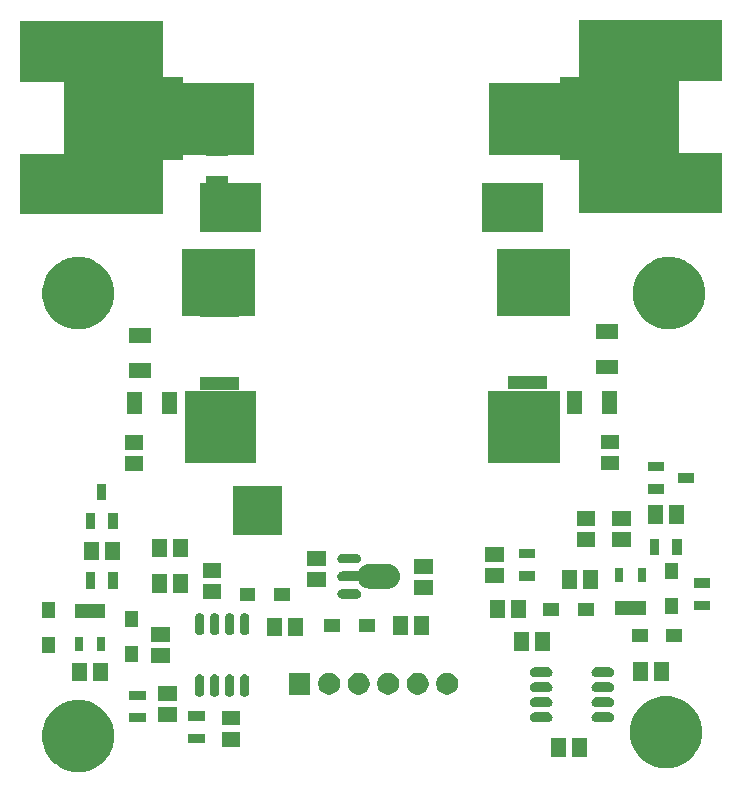
<source format=gbr>
%TF.GenerationSoftware,KiCad,Pcbnew,(5.1.4)-1*%
%TF.CreationDate,2020-11-11T00:06:55+08:00*%
%TF.ProjectId,Directional_coupler,44697265-6374-4696-9f6e-616c5f636f75,rev?*%
%TF.SameCoordinates,Original*%
%TF.FileFunction,Soldermask,Top*%
%TF.FilePolarity,Negative*%
%FSLAX46Y46*%
G04 Gerber Fmt 4.6, Leading zero omitted, Abs format (unit mm)*
G04 Created by KiCad (PCBNEW (5.1.4)-1) date 2020-11-11 00:06:55*
%MOMM*%
%LPD*%
G04 APERTURE LIST*
%ADD10C,0.100000*%
%ADD11C,0.350000*%
G04 APERTURE END LIST*
D10*
G36*
X94234000Y-69723000D02*
G01*
X89154000Y-69723000D01*
X89154000Y-65659000D01*
X94234000Y-65659000D01*
X94234000Y-69723000D01*
G37*
X94234000Y-69723000D02*
X89154000Y-69723000D01*
X89154000Y-65659000D01*
X94234000Y-65659000D01*
X94234000Y-69723000D01*
G36*
X70358000Y-69723000D02*
G01*
X65278000Y-69723000D01*
X65278000Y-65659000D01*
X70358000Y-65659000D01*
X70358000Y-69723000D01*
G37*
X70358000Y-69723000D02*
X65278000Y-69723000D01*
X65278000Y-65659000D01*
X70358000Y-65659000D01*
X70358000Y-69723000D01*
G36*
X72136000Y-95377000D02*
G01*
X68072000Y-95377000D01*
X68072000Y-91313000D01*
X72136000Y-91313000D01*
X72136000Y-95377000D01*
G37*
X72136000Y-95377000D02*
X68072000Y-95377000D01*
X68072000Y-91313000D01*
X72136000Y-91313000D01*
X72136000Y-95377000D01*
G36*
X96520000Y-76835000D02*
G01*
X90424000Y-76835000D01*
X90424000Y-71247000D01*
X96520000Y-71247000D01*
X96520000Y-76835000D01*
G37*
X96520000Y-76835000D02*
X90424000Y-76835000D01*
X90424000Y-71247000D01*
X96520000Y-71247000D01*
X96520000Y-76835000D01*
G36*
X105758000Y-63687000D02*
G01*
X95758000Y-63687000D01*
X95758000Y-56687000D01*
X105758000Y-56687000D01*
X105758000Y-63687000D01*
G37*
X105758000Y-63687000D02*
X95758000Y-63687000D01*
X95758000Y-56687000D01*
X105758000Y-56687000D01*
X105758000Y-63687000D01*
G36*
X63758000Y-63687000D02*
G01*
X53758000Y-63687000D01*
X53758000Y-56687000D01*
X63758000Y-56687000D01*
X63758000Y-63687000D01*
G37*
X63758000Y-63687000D02*
X53758000Y-63687000D01*
X53758000Y-56687000D01*
X63758000Y-56687000D01*
X63758000Y-63687000D01*
G36*
X69850000Y-76835000D02*
G01*
X63754000Y-76835000D01*
X63754000Y-71247000D01*
X69850000Y-71247000D01*
X69850000Y-76835000D01*
G37*
X69850000Y-76835000D02*
X63754000Y-76835000D01*
X63754000Y-71247000D01*
X69850000Y-71247000D01*
X69850000Y-76835000D01*
G36*
X95700000Y-89300000D02*
G01*
X89700000Y-89300000D01*
X89700000Y-83300000D01*
X95700000Y-83300000D01*
X95700000Y-89300000D01*
G37*
X95700000Y-89300000D02*
X89700000Y-89300000D01*
X89700000Y-83300000D01*
X95700000Y-83300000D01*
X95700000Y-89300000D01*
G36*
X70000000Y-89300000D02*
G01*
X64000000Y-89300000D01*
X64000000Y-83300000D01*
X70000000Y-83300000D01*
X70000000Y-89300000D01*
G37*
X70000000Y-89300000D02*
X64000000Y-89300000D01*
X64000000Y-83300000D01*
X70000000Y-83300000D01*
X70000000Y-89300000D01*
G36*
X95800000Y-63187000D02*
G01*
X89800000Y-63187000D01*
X89800000Y-57187000D01*
X95800000Y-57187000D01*
X95800000Y-63187000D01*
G37*
X95800000Y-63187000D02*
X89800000Y-63187000D01*
X89800000Y-57187000D01*
X95800000Y-57187000D01*
X95800000Y-63187000D01*
G36*
X69758000Y-63187000D02*
G01*
X63758000Y-63187000D01*
X63758000Y-57187000D01*
X69758000Y-57187000D01*
X69758000Y-63187000D01*
G37*
X69758000Y-63187000D02*
X63758000Y-63187000D01*
X63758000Y-57187000D01*
X69758000Y-57187000D01*
X69758000Y-63187000D01*
D11*
G36*
X55889943Y-109566248D02*
G01*
X56445189Y-109796238D01*
X56538912Y-109858862D01*
X56944899Y-110130134D01*
X57369866Y-110555101D01*
X57454081Y-110681138D01*
X57703762Y-111054811D01*
X57933752Y-111610057D01*
X58051000Y-112199501D01*
X58051000Y-112800499D01*
X57933752Y-113389943D01*
X57703762Y-113945189D01*
X57641872Y-114037814D01*
X57369866Y-114444899D01*
X56944899Y-114869866D01*
X56881371Y-114912314D01*
X56445189Y-115203762D01*
X55889943Y-115433752D01*
X55300499Y-115551000D01*
X54699501Y-115551000D01*
X54110057Y-115433752D01*
X53554811Y-115203762D01*
X53118629Y-114912314D01*
X53055101Y-114869866D01*
X52630134Y-114444899D01*
X52358128Y-114037814D01*
X52296238Y-113945189D01*
X52066248Y-113389943D01*
X51949000Y-112800499D01*
X51949000Y-112199501D01*
X52066248Y-111610057D01*
X52296238Y-111054811D01*
X52545919Y-110681138D01*
X52630134Y-110555101D01*
X53055101Y-110130134D01*
X53461088Y-109858862D01*
X53554811Y-109796238D01*
X54110057Y-109566248D01*
X54699501Y-109449000D01*
X55300499Y-109449000D01*
X55889943Y-109566248D01*
X55889943Y-109566248D01*
G37*
G36*
X105647943Y-109253248D02*
G01*
X106203189Y-109483238D01*
X106312668Y-109556390D01*
X106702899Y-109817134D01*
X107127866Y-110242101D01*
X107241720Y-110412496D01*
X107461762Y-110741811D01*
X107691752Y-111297057D01*
X107809000Y-111886501D01*
X107809000Y-112487499D01*
X107691752Y-113076943D01*
X107461762Y-113632189D01*
X107399872Y-113724814D01*
X107127866Y-114131899D01*
X106702899Y-114556866D01*
X106657046Y-114587504D01*
X106203189Y-114890762D01*
X105647943Y-115120752D01*
X105058499Y-115238000D01*
X104457501Y-115238000D01*
X103868057Y-115120752D01*
X103312811Y-114890762D01*
X102858954Y-114587504D01*
X102813101Y-114556866D01*
X102388134Y-114131899D01*
X102116128Y-113724814D01*
X102054238Y-113632189D01*
X101824248Y-113076943D01*
X101707000Y-112487499D01*
X101707000Y-111886501D01*
X101824248Y-111297057D01*
X102054238Y-110741811D01*
X102274280Y-110412496D01*
X102388134Y-110242101D01*
X102813101Y-109817134D01*
X103203332Y-109556390D01*
X103312811Y-109483238D01*
X103868057Y-109253248D01*
X104457501Y-109136000D01*
X105058499Y-109136000D01*
X105647943Y-109253248D01*
X105647943Y-109253248D01*
G37*
G36*
X98031000Y-114236000D02*
G01*
X96769000Y-114236000D01*
X96769000Y-112664000D01*
X98031000Y-112664000D01*
X98031000Y-114236000D01*
X98031000Y-114236000D01*
G37*
G36*
X96251000Y-114236000D02*
G01*
X94989000Y-114236000D01*
X94989000Y-112664000D01*
X96251000Y-112664000D01*
X96251000Y-114236000D01*
X96251000Y-114236000D01*
G37*
G36*
X68716000Y-113390000D02*
G01*
X67144000Y-113390000D01*
X67144000Y-112128000D01*
X68716000Y-112128000D01*
X68716000Y-113390000D01*
X68716000Y-113390000D01*
G37*
G36*
X65701000Y-113101000D02*
G01*
X64299000Y-113101000D01*
X64299000Y-112299000D01*
X65701000Y-112299000D01*
X65701000Y-113101000D01*
X65701000Y-113101000D01*
G37*
G36*
X68716000Y-111610000D02*
G01*
X67144000Y-111610000D01*
X67144000Y-110348000D01*
X68716000Y-110348000D01*
X68716000Y-111610000D01*
X68716000Y-111610000D01*
G37*
G36*
X60701000Y-111351000D02*
G01*
X59299000Y-111351000D01*
X59299000Y-110549000D01*
X60701000Y-110549000D01*
X60701000Y-111351000D01*
X60701000Y-111351000D01*
G37*
G36*
X94789335Y-110505934D02*
G01*
X94828610Y-110509802D01*
X94877625Y-110524671D01*
X94904199Y-110532732D01*
X94973862Y-110569968D01*
X95034922Y-110620078D01*
X95085032Y-110681138D01*
X95122268Y-110750801D01*
X95122268Y-110750802D01*
X95145198Y-110826390D01*
X95152940Y-110905000D01*
X95145198Y-110983610D01*
X95132641Y-111025004D01*
X95122268Y-111059199D01*
X95085032Y-111128862D01*
X95034922Y-111189922D01*
X94973862Y-111240032D01*
X94904199Y-111277268D01*
X94879002Y-111284911D01*
X94828610Y-111300198D01*
X94789335Y-111304066D01*
X94769699Y-111306000D01*
X93630301Y-111306000D01*
X93610665Y-111304066D01*
X93571390Y-111300198D01*
X93520998Y-111284911D01*
X93495801Y-111277268D01*
X93426138Y-111240032D01*
X93365078Y-111189922D01*
X93314968Y-111128862D01*
X93277732Y-111059199D01*
X93267359Y-111025004D01*
X93254802Y-110983610D01*
X93247060Y-110905000D01*
X93254802Y-110826390D01*
X93277732Y-110750802D01*
X93277732Y-110750801D01*
X93314968Y-110681138D01*
X93365078Y-110620078D01*
X93426138Y-110569968D01*
X93495801Y-110532732D01*
X93522375Y-110524671D01*
X93571390Y-110509802D01*
X93610665Y-110505934D01*
X93630301Y-110504000D01*
X94769699Y-110504000D01*
X94789335Y-110505934D01*
X94789335Y-110505934D01*
G37*
G36*
X99989335Y-110505934D02*
G01*
X100028610Y-110509802D01*
X100077625Y-110524671D01*
X100104199Y-110532732D01*
X100173862Y-110569968D01*
X100234922Y-110620078D01*
X100285032Y-110681138D01*
X100322268Y-110750801D01*
X100322268Y-110750802D01*
X100345198Y-110826390D01*
X100352940Y-110905000D01*
X100345198Y-110983610D01*
X100332641Y-111025004D01*
X100322268Y-111059199D01*
X100285032Y-111128862D01*
X100234922Y-111189922D01*
X100173862Y-111240032D01*
X100104199Y-111277268D01*
X100079002Y-111284911D01*
X100028610Y-111300198D01*
X99989335Y-111304066D01*
X99969699Y-111306000D01*
X98830301Y-111306000D01*
X98810665Y-111304066D01*
X98771390Y-111300198D01*
X98720998Y-111284911D01*
X98695801Y-111277268D01*
X98626138Y-111240032D01*
X98565078Y-111189922D01*
X98514968Y-111128862D01*
X98477732Y-111059199D01*
X98467359Y-111025004D01*
X98454802Y-110983610D01*
X98447060Y-110905000D01*
X98454802Y-110826390D01*
X98477732Y-110750802D01*
X98477732Y-110750801D01*
X98514968Y-110681138D01*
X98565078Y-110620078D01*
X98626138Y-110569968D01*
X98695801Y-110532732D01*
X98722375Y-110524671D01*
X98771390Y-110509802D01*
X98810665Y-110505934D01*
X98830301Y-110504000D01*
X99969699Y-110504000D01*
X99989335Y-110505934D01*
X99989335Y-110505934D01*
G37*
G36*
X63316000Y-111290000D02*
G01*
X61744000Y-111290000D01*
X61744000Y-110028000D01*
X63316000Y-110028000D01*
X63316000Y-111290000D01*
X63316000Y-111290000D01*
G37*
G36*
X65701000Y-111201000D02*
G01*
X64299000Y-111201000D01*
X64299000Y-110399000D01*
X65701000Y-110399000D01*
X65701000Y-111201000D01*
X65701000Y-111201000D01*
G37*
G36*
X99989335Y-109235934D02*
G01*
X100028610Y-109239802D01*
X100079002Y-109255089D01*
X100104199Y-109262732D01*
X100173862Y-109299968D01*
X100234922Y-109350078D01*
X100285032Y-109411138D01*
X100322268Y-109480801D01*
X100329911Y-109505998D01*
X100345198Y-109556390D01*
X100352940Y-109635000D01*
X100345198Y-109713610D01*
X100341643Y-109725329D01*
X100322268Y-109789199D01*
X100285032Y-109858862D01*
X100234922Y-109919922D01*
X100173862Y-109970032D01*
X100104199Y-110007268D01*
X100079002Y-110014911D01*
X100028610Y-110030198D01*
X99989335Y-110034066D01*
X99969699Y-110036000D01*
X98830301Y-110036000D01*
X98810665Y-110034066D01*
X98771390Y-110030198D01*
X98720998Y-110014911D01*
X98695801Y-110007268D01*
X98626138Y-109970032D01*
X98565078Y-109919922D01*
X98514968Y-109858862D01*
X98477732Y-109789199D01*
X98458357Y-109725329D01*
X98454802Y-109713610D01*
X98447060Y-109635000D01*
X98454802Y-109556390D01*
X98470089Y-109505998D01*
X98477732Y-109480801D01*
X98514968Y-109411138D01*
X98565078Y-109350078D01*
X98626138Y-109299968D01*
X98695801Y-109262732D01*
X98720998Y-109255089D01*
X98771390Y-109239802D01*
X98810665Y-109235934D01*
X98830301Y-109234000D01*
X99969699Y-109234000D01*
X99989335Y-109235934D01*
X99989335Y-109235934D01*
G37*
G36*
X94789335Y-109235934D02*
G01*
X94828610Y-109239802D01*
X94879002Y-109255089D01*
X94904199Y-109262732D01*
X94973862Y-109299968D01*
X95034922Y-109350078D01*
X95085032Y-109411138D01*
X95122268Y-109480801D01*
X95129911Y-109505998D01*
X95145198Y-109556390D01*
X95152940Y-109635000D01*
X95145198Y-109713610D01*
X95141643Y-109725329D01*
X95122268Y-109789199D01*
X95085032Y-109858862D01*
X95034922Y-109919922D01*
X94973862Y-109970032D01*
X94904199Y-110007268D01*
X94879002Y-110014911D01*
X94828610Y-110030198D01*
X94789335Y-110034066D01*
X94769699Y-110036000D01*
X93630301Y-110036000D01*
X93610665Y-110034066D01*
X93571390Y-110030198D01*
X93520998Y-110014911D01*
X93495801Y-110007268D01*
X93426138Y-109970032D01*
X93365078Y-109919922D01*
X93314968Y-109858862D01*
X93277732Y-109789199D01*
X93258357Y-109725329D01*
X93254802Y-109713610D01*
X93247060Y-109635000D01*
X93254802Y-109556390D01*
X93270089Y-109505998D01*
X93277732Y-109480801D01*
X93314968Y-109411138D01*
X93365078Y-109350078D01*
X93426138Y-109299968D01*
X93495801Y-109262732D01*
X93520998Y-109255089D01*
X93571390Y-109239802D01*
X93610665Y-109235934D01*
X93630301Y-109234000D01*
X94769699Y-109234000D01*
X94789335Y-109235934D01*
X94789335Y-109235934D01*
G37*
G36*
X63316000Y-109510000D02*
G01*
X61744000Y-109510000D01*
X61744000Y-108248000D01*
X63316000Y-108248000D01*
X63316000Y-109510000D01*
X63316000Y-109510000D01*
G37*
G36*
X60701000Y-109451000D02*
G01*
X59299000Y-109451000D01*
X59299000Y-108649000D01*
X60701000Y-108649000D01*
X60701000Y-109451000D01*
X60701000Y-109451000D01*
G37*
G36*
X69163610Y-107273802D02*
G01*
X69214002Y-107289089D01*
X69239199Y-107296732D01*
X69308862Y-107333968D01*
X69369922Y-107384078D01*
X69420032Y-107445138D01*
X69457268Y-107514801D01*
X69457268Y-107514802D01*
X69480198Y-107590390D01*
X69486000Y-107649302D01*
X69486000Y-108788698D01*
X69480198Y-108847610D01*
X69467457Y-108889611D01*
X69457268Y-108923199D01*
X69420032Y-108992862D01*
X69369922Y-109053922D01*
X69308860Y-109104033D01*
X69239200Y-109141267D01*
X69239197Y-109141268D01*
X69163609Y-109164198D01*
X69085000Y-109171940D01*
X69006390Y-109164198D01*
X68955998Y-109148911D01*
X68930801Y-109141268D01*
X68861138Y-109104032D01*
X68800078Y-109053922D01*
X68749967Y-108992860D01*
X68712733Y-108923200D01*
X68702544Y-108889611D01*
X68689802Y-108847609D01*
X68684000Y-108788697D01*
X68684001Y-107649302D01*
X68689803Y-107590390D01*
X68712733Y-107514802D01*
X68712733Y-107514801D01*
X68749969Y-107445138D01*
X68800079Y-107384078D01*
X68861139Y-107333968D01*
X68930802Y-107296732D01*
X68955999Y-107289089D01*
X69006391Y-107273802D01*
X69085000Y-107266060D01*
X69163610Y-107273802D01*
X69163610Y-107273802D01*
G37*
G36*
X67893610Y-107273802D02*
G01*
X67944002Y-107289089D01*
X67969199Y-107296732D01*
X68038862Y-107333968D01*
X68099922Y-107384078D01*
X68150032Y-107445138D01*
X68187268Y-107514801D01*
X68187268Y-107514802D01*
X68210198Y-107590390D01*
X68216000Y-107649302D01*
X68216000Y-108788698D01*
X68210198Y-108847610D01*
X68197457Y-108889611D01*
X68187268Y-108923199D01*
X68150032Y-108992862D01*
X68099922Y-109053922D01*
X68038860Y-109104033D01*
X67969200Y-109141267D01*
X67969197Y-109141268D01*
X67893609Y-109164198D01*
X67815000Y-109171940D01*
X67736390Y-109164198D01*
X67685998Y-109148911D01*
X67660801Y-109141268D01*
X67591138Y-109104032D01*
X67530078Y-109053922D01*
X67479967Y-108992860D01*
X67442733Y-108923200D01*
X67432544Y-108889611D01*
X67419802Y-108847609D01*
X67414000Y-108788697D01*
X67414001Y-107649302D01*
X67419803Y-107590390D01*
X67442733Y-107514802D01*
X67442733Y-107514801D01*
X67479969Y-107445138D01*
X67530079Y-107384078D01*
X67591139Y-107333968D01*
X67660802Y-107296732D01*
X67685999Y-107289089D01*
X67736391Y-107273802D01*
X67815000Y-107266060D01*
X67893610Y-107273802D01*
X67893610Y-107273802D01*
G37*
G36*
X66623610Y-107273802D02*
G01*
X66674002Y-107289089D01*
X66699199Y-107296732D01*
X66768862Y-107333968D01*
X66829922Y-107384078D01*
X66880032Y-107445138D01*
X66917268Y-107514801D01*
X66917268Y-107514802D01*
X66940198Y-107590390D01*
X66946000Y-107649302D01*
X66946000Y-108788698D01*
X66940198Y-108847610D01*
X66927457Y-108889611D01*
X66917268Y-108923199D01*
X66880032Y-108992862D01*
X66829922Y-109053922D01*
X66768860Y-109104033D01*
X66699200Y-109141267D01*
X66699197Y-109141268D01*
X66623609Y-109164198D01*
X66545000Y-109171940D01*
X66466390Y-109164198D01*
X66415998Y-109148911D01*
X66390801Y-109141268D01*
X66321138Y-109104032D01*
X66260078Y-109053922D01*
X66209967Y-108992860D01*
X66172733Y-108923200D01*
X66162544Y-108889611D01*
X66149802Y-108847609D01*
X66144000Y-108788697D01*
X66144001Y-107649302D01*
X66149803Y-107590390D01*
X66172733Y-107514802D01*
X66172733Y-107514801D01*
X66209969Y-107445138D01*
X66260079Y-107384078D01*
X66321139Y-107333968D01*
X66390802Y-107296732D01*
X66415999Y-107289089D01*
X66466391Y-107273802D01*
X66545000Y-107266060D01*
X66623610Y-107273802D01*
X66623610Y-107273802D01*
G37*
G36*
X65353610Y-107273802D02*
G01*
X65404002Y-107289089D01*
X65429199Y-107296732D01*
X65498862Y-107333968D01*
X65559922Y-107384078D01*
X65610032Y-107445138D01*
X65647268Y-107514801D01*
X65647268Y-107514802D01*
X65670198Y-107590390D01*
X65676000Y-107649302D01*
X65676000Y-108788698D01*
X65670198Y-108847610D01*
X65657457Y-108889611D01*
X65647268Y-108923199D01*
X65610032Y-108992862D01*
X65559922Y-109053922D01*
X65498860Y-109104033D01*
X65429200Y-109141267D01*
X65429197Y-109141268D01*
X65353609Y-109164198D01*
X65275000Y-109171940D01*
X65196390Y-109164198D01*
X65145998Y-109148911D01*
X65120801Y-109141268D01*
X65051138Y-109104032D01*
X64990078Y-109053922D01*
X64939967Y-108992860D01*
X64902733Y-108923200D01*
X64892544Y-108889611D01*
X64879802Y-108847609D01*
X64874000Y-108788697D01*
X64874001Y-107649302D01*
X64879803Y-107590390D01*
X64902733Y-107514802D01*
X64902733Y-107514801D01*
X64939969Y-107445138D01*
X64990079Y-107384078D01*
X65051139Y-107333968D01*
X65120802Y-107296732D01*
X65145999Y-107289089D01*
X65196391Y-107273802D01*
X65275000Y-107266060D01*
X65353610Y-107273802D01*
X65353610Y-107273802D01*
G37*
G36*
X84000104Y-107178585D02*
G01*
X84168626Y-107248389D01*
X84320291Y-107349728D01*
X84449272Y-107478709D01*
X84550611Y-107630374D01*
X84620415Y-107798896D01*
X84656000Y-107977797D01*
X84656000Y-108160203D01*
X84620415Y-108339104D01*
X84550611Y-108507626D01*
X84449272Y-108659291D01*
X84320291Y-108788272D01*
X84168626Y-108889611D01*
X84000104Y-108959415D01*
X83821203Y-108995000D01*
X83638797Y-108995000D01*
X83459896Y-108959415D01*
X83291374Y-108889611D01*
X83139709Y-108788272D01*
X83010728Y-108659291D01*
X82909389Y-108507626D01*
X82839585Y-108339104D01*
X82804000Y-108160203D01*
X82804000Y-107977797D01*
X82839585Y-107798896D01*
X82909389Y-107630374D01*
X83010728Y-107478709D01*
X83139709Y-107349728D01*
X83291374Y-107248389D01*
X83459896Y-107178585D01*
X83638797Y-107143000D01*
X83821203Y-107143000D01*
X84000104Y-107178585D01*
X84000104Y-107178585D01*
G37*
G36*
X86500104Y-107178585D02*
G01*
X86668626Y-107248389D01*
X86820291Y-107349728D01*
X86949272Y-107478709D01*
X87050611Y-107630374D01*
X87120415Y-107798896D01*
X87156000Y-107977797D01*
X87156000Y-108160203D01*
X87120415Y-108339104D01*
X87050611Y-108507626D01*
X86949272Y-108659291D01*
X86820291Y-108788272D01*
X86668626Y-108889611D01*
X86500104Y-108959415D01*
X86321203Y-108995000D01*
X86138797Y-108995000D01*
X85959896Y-108959415D01*
X85791374Y-108889611D01*
X85639709Y-108788272D01*
X85510728Y-108659291D01*
X85409389Y-108507626D01*
X85339585Y-108339104D01*
X85304000Y-108160203D01*
X85304000Y-107977797D01*
X85339585Y-107798896D01*
X85409389Y-107630374D01*
X85510728Y-107478709D01*
X85639709Y-107349728D01*
X85791374Y-107248389D01*
X85959896Y-107178585D01*
X86138797Y-107143000D01*
X86321203Y-107143000D01*
X86500104Y-107178585D01*
X86500104Y-107178585D01*
G37*
G36*
X81500104Y-107178585D02*
G01*
X81668626Y-107248389D01*
X81820291Y-107349728D01*
X81949272Y-107478709D01*
X82050611Y-107630374D01*
X82120415Y-107798896D01*
X82156000Y-107977797D01*
X82156000Y-108160203D01*
X82120415Y-108339104D01*
X82050611Y-108507626D01*
X81949272Y-108659291D01*
X81820291Y-108788272D01*
X81668626Y-108889611D01*
X81500104Y-108959415D01*
X81321203Y-108995000D01*
X81138797Y-108995000D01*
X80959896Y-108959415D01*
X80791374Y-108889611D01*
X80639709Y-108788272D01*
X80510728Y-108659291D01*
X80409389Y-108507626D01*
X80339585Y-108339104D01*
X80304000Y-108160203D01*
X80304000Y-107977797D01*
X80339585Y-107798896D01*
X80409389Y-107630374D01*
X80510728Y-107478709D01*
X80639709Y-107349728D01*
X80791374Y-107248389D01*
X80959896Y-107178585D01*
X81138797Y-107143000D01*
X81321203Y-107143000D01*
X81500104Y-107178585D01*
X81500104Y-107178585D01*
G37*
G36*
X79000104Y-107178585D02*
G01*
X79168626Y-107248389D01*
X79320291Y-107349728D01*
X79449272Y-107478709D01*
X79550611Y-107630374D01*
X79620415Y-107798896D01*
X79656000Y-107977797D01*
X79656000Y-108160203D01*
X79620415Y-108339104D01*
X79550611Y-108507626D01*
X79449272Y-108659291D01*
X79320291Y-108788272D01*
X79168626Y-108889611D01*
X79000104Y-108959415D01*
X78821203Y-108995000D01*
X78638797Y-108995000D01*
X78459896Y-108959415D01*
X78291374Y-108889611D01*
X78139709Y-108788272D01*
X78010728Y-108659291D01*
X77909389Y-108507626D01*
X77839585Y-108339104D01*
X77804000Y-108160203D01*
X77804000Y-107977797D01*
X77839585Y-107798896D01*
X77909389Y-107630374D01*
X78010728Y-107478709D01*
X78139709Y-107349728D01*
X78291374Y-107248389D01*
X78459896Y-107178585D01*
X78638797Y-107143000D01*
X78821203Y-107143000D01*
X79000104Y-107178585D01*
X79000104Y-107178585D01*
G37*
G36*
X76500104Y-107178585D02*
G01*
X76668626Y-107248389D01*
X76820291Y-107349728D01*
X76949272Y-107478709D01*
X77050611Y-107630374D01*
X77120415Y-107798896D01*
X77156000Y-107977797D01*
X77156000Y-108160203D01*
X77120415Y-108339104D01*
X77050611Y-108507626D01*
X76949272Y-108659291D01*
X76820291Y-108788272D01*
X76668626Y-108889611D01*
X76500104Y-108959415D01*
X76321203Y-108995000D01*
X76138797Y-108995000D01*
X75959896Y-108959415D01*
X75791374Y-108889611D01*
X75639709Y-108788272D01*
X75510728Y-108659291D01*
X75409389Y-108507626D01*
X75339585Y-108339104D01*
X75304000Y-108160203D01*
X75304000Y-107977797D01*
X75339585Y-107798896D01*
X75409389Y-107630374D01*
X75510728Y-107478709D01*
X75639709Y-107349728D01*
X75791374Y-107248389D01*
X75959896Y-107178585D01*
X76138797Y-107143000D01*
X76321203Y-107143000D01*
X76500104Y-107178585D01*
X76500104Y-107178585D01*
G37*
G36*
X74656000Y-108995000D02*
G01*
X72804000Y-108995000D01*
X72804000Y-107143000D01*
X74656000Y-107143000D01*
X74656000Y-108995000D01*
X74656000Y-108995000D01*
G37*
G36*
X94789335Y-107965934D02*
G01*
X94828610Y-107969802D01*
X94879002Y-107985089D01*
X94904199Y-107992732D01*
X94973862Y-108029968D01*
X95034922Y-108080078D01*
X95085032Y-108141138D01*
X95122268Y-108210801D01*
X95122268Y-108210802D01*
X95145198Y-108286390D01*
X95152940Y-108365000D01*
X95145198Y-108443610D01*
X95129911Y-108494002D01*
X95122268Y-108519199D01*
X95085032Y-108588862D01*
X95034922Y-108649922D01*
X94973862Y-108700032D01*
X94904199Y-108737268D01*
X94879002Y-108744911D01*
X94828610Y-108760198D01*
X94789335Y-108764066D01*
X94769699Y-108766000D01*
X93630301Y-108766000D01*
X93610665Y-108764066D01*
X93571390Y-108760198D01*
X93520998Y-108744911D01*
X93495801Y-108737268D01*
X93426138Y-108700032D01*
X93365078Y-108649922D01*
X93314968Y-108588862D01*
X93277732Y-108519199D01*
X93270089Y-108494002D01*
X93254802Y-108443610D01*
X93247060Y-108365000D01*
X93254802Y-108286390D01*
X93277732Y-108210802D01*
X93277732Y-108210801D01*
X93314968Y-108141138D01*
X93365078Y-108080078D01*
X93426138Y-108029968D01*
X93495801Y-107992732D01*
X93520998Y-107985089D01*
X93571390Y-107969802D01*
X93610665Y-107965934D01*
X93630301Y-107964000D01*
X94769699Y-107964000D01*
X94789335Y-107965934D01*
X94789335Y-107965934D01*
G37*
G36*
X99989335Y-107965934D02*
G01*
X100028610Y-107969802D01*
X100079002Y-107985089D01*
X100104199Y-107992732D01*
X100173862Y-108029968D01*
X100234922Y-108080078D01*
X100285032Y-108141138D01*
X100322268Y-108210801D01*
X100322268Y-108210802D01*
X100345198Y-108286390D01*
X100352940Y-108365000D01*
X100345198Y-108443610D01*
X100329911Y-108494002D01*
X100322268Y-108519199D01*
X100285032Y-108588862D01*
X100234922Y-108649922D01*
X100173862Y-108700032D01*
X100104199Y-108737268D01*
X100079002Y-108744911D01*
X100028610Y-108760198D01*
X99989335Y-108764066D01*
X99969699Y-108766000D01*
X98830301Y-108766000D01*
X98810665Y-108764066D01*
X98771390Y-108760198D01*
X98720998Y-108744911D01*
X98695801Y-108737268D01*
X98626138Y-108700032D01*
X98565078Y-108649922D01*
X98514968Y-108588862D01*
X98477732Y-108519199D01*
X98470089Y-108494002D01*
X98454802Y-108443610D01*
X98447060Y-108365000D01*
X98454802Y-108286390D01*
X98477732Y-108210802D01*
X98477732Y-108210801D01*
X98514968Y-108141138D01*
X98565078Y-108080078D01*
X98626138Y-108029968D01*
X98695801Y-107992732D01*
X98720998Y-107985089D01*
X98771390Y-107969802D01*
X98810665Y-107965934D01*
X98830301Y-107964000D01*
X99969699Y-107964000D01*
X99989335Y-107965934D01*
X99989335Y-107965934D01*
G37*
G36*
X57501000Y-107855000D02*
G01*
X56239000Y-107855000D01*
X56239000Y-106283000D01*
X57501000Y-106283000D01*
X57501000Y-107855000D01*
X57501000Y-107855000D01*
G37*
G36*
X55721000Y-107855000D02*
G01*
X54459000Y-107855000D01*
X54459000Y-106283000D01*
X55721000Y-106283000D01*
X55721000Y-107855000D01*
X55721000Y-107855000D01*
G37*
G36*
X103241000Y-107836000D02*
G01*
X101979000Y-107836000D01*
X101979000Y-106264000D01*
X103241000Y-106264000D01*
X103241000Y-107836000D01*
X103241000Y-107836000D01*
G37*
G36*
X105021000Y-107836000D02*
G01*
X103759000Y-107836000D01*
X103759000Y-106264000D01*
X105021000Y-106264000D01*
X105021000Y-107836000D01*
X105021000Y-107836000D01*
G37*
G36*
X94789335Y-106695934D02*
G01*
X94828610Y-106699802D01*
X94879002Y-106715089D01*
X94904199Y-106722732D01*
X94973862Y-106759968D01*
X95034922Y-106810078D01*
X95085032Y-106871138D01*
X95122268Y-106940801D01*
X95122268Y-106940802D01*
X95145198Y-107016390D01*
X95152940Y-107095000D01*
X95145198Y-107173610D01*
X95129911Y-107224002D01*
X95122268Y-107249199D01*
X95085032Y-107318862D01*
X95034922Y-107379922D01*
X94973862Y-107430032D01*
X94904199Y-107467268D01*
X94879002Y-107474911D01*
X94828610Y-107490198D01*
X94789335Y-107494066D01*
X94769699Y-107496000D01*
X93630301Y-107496000D01*
X93610665Y-107494066D01*
X93571390Y-107490198D01*
X93520998Y-107474911D01*
X93495801Y-107467268D01*
X93426138Y-107430032D01*
X93365078Y-107379922D01*
X93314968Y-107318862D01*
X93277732Y-107249199D01*
X93270089Y-107224002D01*
X93254802Y-107173610D01*
X93247060Y-107095000D01*
X93254802Y-107016390D01*
X93277732Y-106940802D01*
X93277732Y-106940801D01*
X93314968Y-106871138D01*
X93365078Y-106810078D01*
X93426138Y-106759968D01*
X93495801Y-106722732D01*
X93520998Y-106715089D01*
X93571390Y-106699802D01*
X93610665Y-106695934D01*
X93630301Y-106694000D01*
X94769699Y-106694000D01*
X94789335Y-106695934D01*
X94789335Y-106695934D01*
G37*
G36*
X99989335Y-106695934D02*
G01*
X100028610Y-106699802D01*
X100079002Y-106715089D01*
X100104199Y-106722732D01*
X100173862Y-106759968D01*
X100234922Y-106810078D01*
X100285032Y-106871138D01*
X100322268Y-106940801D01*
X100322268Y-106940802D01*
X100345198Y-107016390D01*
X100352940Y-107095000D01*
X100345198Y-107173610D01*
X100329911Y-107224002D01*
X100322268Y-107249199D01*
X100285032Y-107318862D01*
X100234922Y-107379922D01*
X100173862Y-107430032D01*
X100104199Y-107467268D01*
X100079002Y-107474911D01*
X100028610Y-107490198D01*
X99989335Y-107494066D01*
X99969699Y-107496000D01*
X98830301Y-107496000D01*
X98810665Y-107494066D01*
X98771390Y-107490198D01*
X98720998Y-107474911D01*
X98695801Y-107467268D01*
X98626138Y-107430032D01*
X98565078Y-107379922D01*
X98514968Y-107318862D01*
X98477732Y-107249199D01*
X98470089Y-107224002D01*
X98454802Y-107173610D01*
X98447060Y-107095000D01*
X98454802Y-107016390D01*
X98477732Y-106940802D01*
X98477732Y-106940801D01*
X98514968Y-106871138D01*
X98565078Y-106810078D01*
X98626138Y-106759968D01*
X98695801Y-106722732D01*
X98720998Y-106715089D01*
X98771390Y-106699802D01*
X98810665Y-106695934D01*
X98830301Y-106694000D01*
X99969699Y-106694000D01*
X99989335Y-106695934D01*
X99989335Y-106695934D01*
G37*
G36*
X62766000Y-106340000D02*
G01*
X61194000Y-106340000D01*
X61194000Y-105078000D01*
X62766000Y-105078000D01*
X62766000Y-106340000D01*
X62766000Y-106340000D01*
G37*
G36*
X60031000Y-106220000D02*
G01*
X58929000Y-106220000D01*
X58929000Y-104868000D01*
X60031000Y-104868000D01*
X60031000Y-106220000D01*
X60031000Y-106220000D01*
G37*
G36*
X53031000Y-105470000D02*
G01*
X51929000Y-105470000D01*
X51929000Y-104118000D01*
X53031000Y-104118000D01*
X53031000Y-105470000D01*
X53031000Y-105470000D01*
G37*
G36*
X55381000Y-105320000D02*
G01*
X54679000Y-105320000D01*
X54679000Y-104118000D01*
X55381000Y-104118000D01*
X55381000Y-105320000D01*
X55381000Y-105320000D01*
G37*
G36*
X57281000Y-105320000D02*
G01*
X56579000Y-105320000D01*
X56579000Y-104118000D01*
X57281000Y-104118000D01*
X57281000Y-105320000D01*
X57281000Y-105320000D01*
G37*
G36*
X93141000Y-105286000D02*
G01*
X91879000Y-105286000D01*
X91879000Y-103714000D01*
X93141000Y-103714000D01*
X93141000Y-105286000D01*
X93141000Y-105286000D01*
G37*
G36*
X94921000Y-105286000D02*
G01*
X93659000Y-105286000D01*
X93659000Y-103714000D01*
X94921000Y-103714000D01*
X94921000Y-105286000D01*
X94921000Y-105286000D01*
G37*
G36*
X62766000Y-104560000D02*
G01*
X61194000Y-104560000D01*
X61194000Y-103298000D01*
X62766000Y-103298000D01*
X62766000Y-104560000D01*
X62766000Y-104560000D01*
G37*
G36*
X103201000Y-104551000D02*
G01*
X101849000Y-104551000D01*
X101849000Y-103449000D01*
X103201000Y-103449000D01*
X103201000Y-104551000D01*
X103201000Y-104551000D01*
G37*
G36*
X106151000Y-104551000D02*
G01*
X104799000Y-104551000D01*
X104799000Y-103449000D01*
X106151000Y-103449000D01*
X106151000Y-104551000D01*
X106151000Y-104551000D01*
G37*
G36*
X74051000Y-104055000D02*
G01*
X72789000Y-104055000D01*
X72789000Y-102483000D01*
X74051000Y-102483000D01*
X74051000Y-104055000D01*
X74051000Y-104055000D01*
G37*
G36*
X72271000Y-104055000D02*
G01*
X71009000Y-104055000D01*
X71009000Y-102483000D01*
X72271000Y-102483000D01*
X72271000Y-104055000D01*
X72271000Y-104055000D01*
G37*
G36*
X66623610Y-102073802D02*
G01*
X66674002Y-102089089D01*
X66699199Y-102096732D01*
X66768862Y-102133968D01*
X66829922Y-102184078D01*
X66880032Y-102245138D01*
X66917268Y-102314801D01*
X66917268Y-102314802D01*
X66940198Y-102390390D01*
X66946000Y-102449302D01*
X66946000Y-103588698D01*
X66940198Y-103647610D01*
X66924911Y-103698002D01*
X66917268Y-103723199D01*
X66880032Y-103792862D01*
X66829922Y-103853922D01*
X66768860Y-103904033D01*
X66699200Y-103941267D01*
X66699197Y-103941268D01*
X66623609Y-103964198D01*
X66545000Y-103971940D01*
X66466390Y-103964198D01*
X66415998Y-103948911D01*
X66390801Y-103941268D01*
X66321138Y-103904032D01*
X66260078Y-103853922D01*
X66209967Y-103792860D01*
X66172733Y-103723200D01*
X66169942Y-103714000D01*
X66149802Y-103647609D01*
X66144000Y-103588697D01*
X66144001Y-102449302D01*
X66149803Y-102390390D01*
X66172733Y-102314802D01*
X66172733Y-102314801D01*
X66209969Y-102245138D01*
X66260079Y-102184078D01*
X66321139Y-102133968D01*
X66390802Y-102096732D01*
X66415999Y-102089089D01*
X66466391Y-102073802D01*
X66545000Y-102066060D01*
X66623610Y-102073802D01*
X66623610Y-102073802D01*
G37*
G36*
X69163610Y-102073802D02*
G01*
X69214002Y-102089089D01*
X69239199Y-102096732D01*
X69308862Y-102133968D01*
X69369922Y-102184078D01*
X69420032Y-102245138D01*
X69457268Y-102314801D01*
X69457268Y-102314802D01*
X69480198Y-102390390D01*
X69486000Y-102449302D01*
X69486000Y-103588698D01*
X69480198Y-103647610D01*
X69464911Y-103698002D01*
X69457268Y-103723199D01*
X69420032Y-103792862D01*
X69369922Y-103853922D01*
X69308860Y-103904033D01*
X69239200Y-103941267D01*
X69239197Y-103941268D01*
X69163609Y-103964198D01*
X69085000Y-103971940D01*
X69006390Y-103964198D01*
X68955998Y-103948911D01*
X68930801Y-103941268D01*
X68861138Y-103904032D01*
X68800078Y-103853922D01*
X68749967Y-103792860D01*
X68712733Y-103723200D01*
X68709942Y-103714000D01*
X68689802Y-103647609D01*
X68684000Y-103588697D01*
X68684001Y-102449302D01*
X68689803Y-102390390D01*
X68712733Y-102314802D01*
X68712733Y-102314801D01*
X68749969Y-102245138D01*
X68800079Y-102184078D01*
X68861139Y-102133968D01*
X68930802Y-102096732D01*
X68955999Y-102089089D01*
X69006391Y-102073802D01*
X69085000Y-102066060D01*
X69163610Y-102073802D01*
X69163610Y-102073802D01*
G37*
G36*
X67893610Y-102073802D02*
G01*
X67944002Y-102089089D01*
X67969199Y-102096732D01*
X68038862Y-102133968D01*
X68099922Y-102184078D01*
X68150032Y-102245138D01*
X68187268Y-102314801D01*
X68187268Y-102314802D01*
X68210198Y-102390390D01*
X68216000Y-102449302D01*
X68216000Y-103588698D01*
X68210198Y-103647610D01*
X68194911Y-103698002D01*
X68187268Y-103723199D01*
X68150032Y-103792862D01*
X68099922Y-103853922D01*
X68038860Y-103904033D01*
X67969200Y-103941267D01*
X67969197Y-103941268D01*
X67893609Y-103964198D01*
X67815000Y-103971940D01*
X67736390Y-103964198D01*
X67685998Y-103948911D01*
X67660801Y-103941268D01*
X67591138Y-103904032D01*
X67530078Y-103853922D01*
X67479967Y-103792860D01*
X67442733Y-103723200D01*
X67439942Y-103714000D01*
X67419802Y-103647609D01*
X67414000Y-103588697D01*
X67414001Y-102449302D01*
X67419803Y-102390390D01*
X67442733Y-102314802D01*
X67442733Y-102314801D01*
X67479969Y-102245138D01*
X67530079Y-102184078D01*
X67591139Y-102133968D01*
X67660802Y-102096732D01*
X67685999Y-102089089D01*
X67736391Y-102073802D01*
X67815000Y-102066060D01*
X67893610Y-102073802D01*
X67893610Y-102073802D01*
G37*
G36*
X65353610Y-102073802D02*
G01*
X65404002Y-102089089D01*
X65429199Y-102096732D01*
X65498862Y-102133968D01*
X65559922Y-102184078D01*
X65610032Y-102245138D01*
X65647268Y-102314801D01*
X65647268Y-102314802D01*
X65670198Y-102390390D01*
X65676000Y-102449302D01*
X65676000Y-103588698D01*
X65670198Y-103647610D01*
X65654911Y-103698002D01*
X65647268Y-103723199D01*
X65610032Y-103792862D01*
X65559922Y-103853922D01*
X65498860Y-103904033D01*
X65429200Y-103941267D01*
X65429197Y-103941268D01*
X65353609Y-103964198D01*
X65275000Y-103971940D01*
X65196390Y-103964198D01*
X65145998Y-103948911D01*
X65120801Y-103941268D01*
X65051138Y-103904032D01*
X64990078Y-103853922D01*
X64939967Y-103792860D01*
X64902733Y-103723200D01*
X64899942Y-103714000D01*
X64879802Y-103647609D01*
X64874000Y-103588697D01*
X64874001Y-102449302D01*
X64879803Y-102390390D01*
X64902733Y-102314802D01*
X64902733Y-102314801D01*
X64939969Y-102245138D01*
X64990079Y-102184078D01*
X65051139Y-102133968D01*
X65120802Y-102096732D01*
X65145999Y-102089089D01*
X65196391Y-102073802D01*
X65275000Y-102066060D01*
X65353610Y-102073802D01*
X65353610Y-102073802D01*
G37*
G36*
X82901000Y-103936000D02*
G01*
X81639000Y-103936000D01*
X81639000Y-102364000D01*
X82901000Y-102364000D01*
X82901000Y-103936000D01*
X82901000Y-103936000D01*
G37*
G36*
X84681000Y-103936000D02*
G01*
X83419000Y-103936000D01*
X83419000Y-102364000D01*
X84681000Y-102364000D01*
X84681000Y-103936000D01*
X84681000Y-103936000D01*
G37*
G36*
X77181000Y-103720000D02*
G01*
X75829000Y-103720000D01*
X75829000Y-102618000D01*
X77181000Y-102618000D01*
X77181000Y-103720000D01*
X77181000Y-103720000D01*
G37*
G36*
X80131000Y-103720000D02*
G01*
X78779000Y-103720000D01*
X78779000Y-102618000D01*
X80131000Y-102618000D01*
X80131000Y-103720000D01*
X80131000Y-103720000D01*
G37*
G36*
X60031000Y-103270000D02*
G01*
X58929000Y-103270000D01*
X58929000Y-101918000D01*
X60031000Y-101918000D01*
X60031000Y-103270000D01*
X60031000Y-103270000D01*
G37*
G36*
X92921000Y-102536000D02*
G01*
X91659000Y-102536000D01*
X91659000Y-100964000D01*
X92921000Y-100964000D01*
X92921000Y-102536000D01*
X92921000Y-102536000D01*
G37*
G36*
X91141000Y-102536000D02*
G01*
X89879000Y-102536000D01*
X89879000Y-100964000D01*
X91141000Y-100964000D01*
X91141000Y-102536000D01*
X91141000Y-102536000D01*
G37*
G36*
X57281000Y-102520000D02*
G01*
X54679000Y-102520000D01*
X54679000Y-101318000D01*
X57281000Y-101318000D01*
X57281000Y-102520000D01*
X57281000Y-102520000D01*
G37*
G36*
X53031000Y-102520000D02*
G01*
X51929000Y-102520000D01*
X51929000Y-101168000D01*
X53031000Y-101168000D01*
X53031000Y-102520000D01*
X53031000Y-102520000D01*
G37*
G36*
X95701000Y-102301000D02*
G01*
X94349000Y-102301000D01*
X94349000Y-101199000D01*
X95701000Y-101199000D01*
X95701000Y-102301000D01*
X95701000Y-102301000D01*
G37*
G36*
X98651000Y-102301000D02*
G01*
X97299000Y-102301000D01*
X97299000Y-101199000D01*
X98651000Y-101199000D01*
X98651000Y-102301000D01*
X98651000Y-102301000D01*
G37*
G36*
X103051000Y-102251000D02*
G01*
X100449000Y-102251000D01*
X100449000Y-101049000D01*
X103051000Y-101049000D01*
X103051000Y-102251000D01*
X103051000Y-102251000D01*
G37*
G36*
X105801000Y-102151000D02*
G01*
X104699000Y-102151000D01*
X104699000Y-100799000D01*
X105801000Y-100799000D01*
X105801000Y-102151000D01*
X105801000Y-102151000D01*
G37*
G36*
X108501000Y-101851000D02*
G01*
X107099000Y-101851000D01*
X107099000Y-101049000D01*
X108501000Y-101049000D01*
X108501000Y-101851000D01*
X108501000Y-101851000D01*
G37*
G36*
X70001000Y-101051000D02*
G01*
X68649000Y-101051000D01*
X68649000Y-99949000D01*
X70001000Y-99949000D01*
X70001000Y-101051000D01*
X70001000Y-101051000D01*
G37*
G36*
X72951000Y-101051000D02*
G01*
X71599000Y-101051000D01*
X71599000Y-99949000D01*
X72951000Y-99949000D01*
X72951000Y-101051000D01*
X72951000Y-101051000D01*
G37*
G36*
X67116000Y-100890000D02*
G01*
X65544000Y-100890000D01*
X65544000Y-99628000D01*
X67116000Y-99628000D01*
X67116000Y-100890000D01*
X67116000Y-100890000D01*
G37*
G36*
X78569335Y-100069934D02*
G01*
X78608610Y-100073802D01*
X78659002Y-100089089D01*
X78684199Y-100096732D01*
X78753862Y-100133968D01*
X78814922Y-100184078D01*
X78865032Y-100245138D01*
X78902268Y-100314801D01*
X78902268Y-100314802D01*
X78925198Y-100390390D01*
X78932940Y-100469000D01*
X78925198Y-100547610D01*
X78909911Y-100598002D01*
X78902268Y-100623199D01*
X78865032Y-100692862D01*
X78814922Y-100753922D01*
X78753862Y-100804032D01*
X78684199Y-100841268D01*
X78659002Y-100848911D01*
X78608610Y-100864198D01*
X78569335Y-100868066D01*
X78549699Y-100870000D01*
X77310301Y-100870000D01*
X77290665Y-100868066D01*
X77251390Y-100864198D01*
X77200998Y-100848911D01*
X77175801Y-100841268D01*
X77106138Y-100804032D01*
X77045078Y-100753922D01*
X76994968Y-100692862D01*
X76957732Y-100623199D01*
X76950089Y-100598002D01*
X76934802Y-100547610D01*
X76927060Y-100469000D01*
X76934802Y-100390390D01*
X76957732Y-100314802D01*
X76957732Y-100314801D01*
X76994968Y-100245138D01*
X77045078Y-100184078D01*
X77106138Y-100133968D01*
X77175801Y-100096732D01*
X77200998Y-100089089D01*
X77251390Y-100073802D01*
X77290665Y-100069934D01*
X77310301Y-100068000D01*
X78549699Y-100068000D01*
X78569335Y-100069934D01*
X78569335Y-100069934D01*
G37*
G36*
X85036000Y-100571000D02*
G01*
X83464000Y-100571000D01*
X83464000Y-99309000D01*
X85036000Y-99309000D01*
X85036000Y-100571000D01*
X85036000Y-100571000D01*
G37*
G36*
X62471000Y-100355000D02*
G01*
X61209000Y-100355000D01*
X61209000Y-98783000D01*
X62471000Y-98783000D01*
X62471000Y-100355000D01*
X62471000Y-100355000D01*
G37*
G36*
X64251000Y-100355000D02*
G01*
X62989000Y-100355000D01*
X62989000Y-98783000D01*
X64251000Y-98783000D01*
X64251000Y-100355000D01*
X64251000Y-100355000D01*
G37*
G36*
X99021000Y-100036000D02*
G01*
X97759000Y-100036000D01*
X97759000Y-98464000D01*
X99021000Y-98464000D01*
X99021000Y-100036000D01*
X99021000Y-100036000D01*
G37*
G36*
X97241000Y-100036000D02*
G01*
X95979000Y-100036000D01*
X95979000Y-98464000D01*
X97241000Y-98464000D01*
X97241000Y-100036000D01*
X97241000Y-100036000D01*
G37*
G36*
X81283097Y-97923069D02*
G01*
X81386032Y-97933207D01*
X81584146Y-97993305D01*
X81584149Y-97993306D01*
X81680975Y-98045061D01*
X81766729Y-98090897D01*
X81926765Y-98222235D01*
X82058103Y-98382271D01*
X82101788Y-98464000D01*
X82155694Y-98564851D01*
X82155695Y-98564854D01*
X82215793Y-98762968D01*
X82236085Y-98969000D01*
X82215793Y-99175032D01*
X82165365Y-99341268D01*
X82155694Y-99373149D01*
X82103939Y-99469975D01*
X82058103Y-99555729D01*
X81926765Y-99715765D01*
X81766729Y-99847103D01*
X81680975Y-99892939D01*
X81584149Y-99944694D01*
X81584146Y-99944695D01*
X81386032Y-100004793D01*
X81283097Y-100014931D01*
X81231631Y-100020000D01*
X79628369Y-100020000D01*
X79576903Y-100014931D01*
X79473968Y-100004793D01*
X79275854Y-99944695D01*
X79275851Y-99944694D01*
X79179025Y-99892939D01*
X79093271Y-99847103D01*
X78933235Y-99715765D01*
X78801897Y-99555729D01*
X78737941Y-99436075D01*
X78724328Y-99415701D01*
X78707001Y-99398374D01*
X78686626Y-99384760D01*
X78663987Y-99375382D01*
X78639954Y-99370602D01*
X78627702Y-99370000D01*
X77310301Y-99370000D01*
X77290665Y-99368066D01*
X77251390Y-99364198D01*
X77200998Y-99348911D01*
X77175801Y-99341268D01*
X77106138Y-99304032D01*
X77045078Y-99253922D01*
X76994968Y-99192862D01*
X76957732Y-99123199D01*
X76950089Y-99098002D01*
X76934802Y-99047610D01*
X76927060Y-98969000D01*
X76934802Y-98890390D01*
X76957732Y-98814802D01*
X76957732Y-98814801D01*
X76994968Y-98745138D01*
X77045078Y-98684078D01*
X77106138Y-98633968D01*
X77175801Y-98596732D01*
X77200998Y-98589089D01*
X77251390Y-98573802D01*
X77290665Y-98569934D01*
X77310301Y-98568000D01*
X78627702Y-98568000D01*
X78652088Y-98565598D01*
X78675537Y-98558485D01*
X78697148Y-98546934D01*
X78716090Y-98531389D01*
X78731635Y-98512447D01*
X78737941Y-98501925D01*
X78758212Y-98464000D01*
X78801897Y-98382271D01*
X78933235Y-98222235D01*
X79093271Y-98090897D01*
X79179025Y-98045061D01*
X79275851Y-97993306D01*
X79275854Y-97993305D01*
X79473968Y-97933207D01*
X79576903Y-97923069D01*
X79628369Y-97918000D01*
X81231631Y-97918000D01*
X81283097Y-97923069D01*
X81283097Y-97923069D01*
G37*
G36*
X58331000Y-100020000D02*
G01*
X57529000Y-100020000D01*
X57529000Y-98618000D01*
X58331000Y-98618000D01*
X58331000Y-100020000D01*
X58331000Y-100020000D01*
G37*
G36*
X56431000Y-100020000D02*
G01*
X55629000Y-100020000D01*
X55629000Y-98618000D01*
X56431000Y-98618000D01*
X56431000Y-100020000D01*
X56431000Y-100020000D01*
G37*
G36*
X108501000Y-99951000D02*
G01*
X107099000Y-99951000D01*
X107099000Y-99149000D01*
X108501000Y-99149000D01*
X108501000Y-99951000D01*
X108501000Y-99951000D01*
G37*
G36*
X75936000Y-99871000D02*
G01*
X74364000Y-99871000D01*
X74364000Y-98609000D01*
X75936000Y-98609000D01*
X75936000Y-99871000D01*
X75936000Y-99871000D01*
G37*
G36*
X91036000Y-99521000D02*
G01*
X89464000Y-99521000D01*
X89464000Y-98259000D01*
X91036000Y-98259000D01*
X91036000Y-99521000D01*
X91036000Y-99521000D01*
G37*
G36*
X101151000Y-99451000D02*
G01*
X100449000Y-99451000D01*
X100449000Y-98249000D01*
X101151000Y-98249000D01*
X101151000Y-99451000D01*
X101151000Y-99451000D01*
G37*
G36*
X103051000Y-99451000D02*
G01*
X102349000Y-99451000D01*
X102349000Y-98249000D01*
X103051000Y-98249000D01*
X103051000Y-99451000D01*
X103051000Y-99451000D01*
G37*
G36*
X93701000Y-99351000D02*
G01*
X92299000Y-99351000D01*
X92299000Y-98549000D01*
X93701000Y-98549000D01*
X93701000Y-99351000D01*
X93701000Y-99351000D01*
G37*
G36*
X105801000Y-99201000D02*
G01*
X104699000Y-99201000D01*
X104699000Y-97849000D01*
X105801000Y-97849000D01*
X105801000Y-99201000D01*
X105801000Y-99201000D01*
G37*
G36*
X67116000Y-99110000D02*
G01*
X65544000Y-99110000D01*
X65544000Y-97848000D01*
X67116000Y-97848000D01*
X67116000Y-99110000D01*
X67116000Y-99110000D01*
G37*
G36*
X85036000Y-98791000D02*
G01*
X83464000Y-98791000D01*
X83464000Y-97529000D01*
X85036000Y-97529000D01*
X85036000Y-98791000D01*
X85036000Y-98791000D01*
G37*
G36*
X75936000Y-98091000D02*
G01*
X74364000Y-98091000D01*
X74364000Y-96829000D01*
X75936000Y-96829000D01*
X75936000Y-98091000D01*
X75936000Y-98091000D01*
G37*
G36*
X78569335Y-97069934D02*
G01*
X78608610Y-97073802D01*
X78659002Y-97089089D01*
X78684199Y-97096732D01*
X78753862Y-97133968D01*
X78814922Y-97184078D01*
X78865032Y-97245138D01*
X78902268Y-97314801D01*
X78902268Y-97314802D01*
X78925198Y-97390390D01*
X78932940Y-97469000D01*
X78925198Y-97547610D01*
X78909911Y-97598002D01*
X78902268Y-97623199D01*
X78865032Y-97692862D01*
X78814922Y-97753922D01*
X78753862Y-97804032D01*
X78684199Y-97841268D01*
X78662006Y-97848000D01*
X78608610Y-97864198D01*
X78569335Y-97868066D01*
X78549699Y-97870000D01*
X77310301Y-97870000D01*
X77290665Y-97868066D01*
X77251390Y-97864198D01*
X77197994Y-97848000D01*
X77175801Y-97841268D01*
X77106138Y-97804032D01*
X77045078Y-97753922D01*
X76994968Y-97692862D01*
X76957732Y-97623199D01*
X76950089Y-97598002D01*
X76934802Y-97547610D01*
X76927060Y-97469000D01*
X76934802Y-97390390D01*
X76957732Y-97314802D01*
X76957732Y-97314801D01*
X76994968Y-97245138D01*
X77045078Y-97184078D01*
X77106138Y-97133968D01*
X77175801Y-97096732D01*
X77200998Y-97089089D01*
X77251390Y-97073802D01*
X77290665Y-97069934D01*
X77310301Y-97068000D01*
X78549699Y-97068000D01*
X78569335Y-97069934D01*
X78569335Y-97069934D01*
G37*
G36*
X91036000Y-97741000D02*
G01*
X89464000Y-97741000D01*
X89464000Y-96479000D01*
X91036000Y-96479000D01*
X91036000Y-97741000D01*
X91036000Y-97741000D01*
G37*
G36*
X58501000Y-97605000D02*
G01*
X57239000Y-97605000D01*
X57239000Y-96033000D01*
X58501000Y-96033000D01*
X58501000Y-97605000D01*
X58501000Y-97605000D01*
G37*
G36*
X56721000Y-97605000D02*
G01*
X55459000Y-97605000D01*
X55459000Y-96033000D01*
X56721000Y-96033000D01*
X56721000Y-97605000D01*
X56721000Y-97605000D01*
G37*
G36*
X93701000Y-97451000D02*
G01*
X92299000Y-97451000D01*
X92299000Y-96649000D01*
X93701000Y-96649000D01*
X93701000Y-97451000D01*
X93701000Y-97451000D01*
G37*
G36*
X64251000Y-97355000D02*
G01*
X62989000Y-97355000D01*
X62989000Y-95783000D01*
X64251000Y-95783000D01*
X64251000Y-97355000D01*
X64251000Y-97355000D01*
G37*
G36*
X62471000Y-97355000D02*
G01*
X61209000Y-97355000D01*
X61209000Y-95783000D01*
X62471000Y-95783000D01*
X62471000Y-97355000D01*
X62471000Y-97355000D01*
G37*
G36*
X104201000Y-97201000D02*
G01*
X103399000Y-97201000D01*
X103399000Y-95799000D01*
X104201000Y-95799000D01*
X104201000Y-97201000D01*
X104201000Y-97201000D01*
G37*
G36*
X106101000Y-97201000D02*
G01*
X105299000Y-97201000D01*
X105299000Y-95799000D01*
X106101000Y-95799000D01*
X106101000Y-97201000D01*
X106101000Y-97201000D01*
G37*
G36*
X98786000Y-96521000D02*
G01*
X97214000Y-96521000D01*
X97214000Y-95259000D01*
X98786000Y-95259000D01*
X98786000Y-96521000D01*
X98786000Y-96521000D01*
G37*
G36*
X101786000Y-96521000D02*
G01*
X100214000Y-96521000D01*
X100214000Y-95259000D01*
X101786000Y-95259000D01*
X101786000Y-96521000D01*
X101786000Y-96521000D01*
G37*
G36*
X58331000Y-94995000D02*
G01*
X57529000Y-94995000D01*
X57529000Y-93643000D01*
X58331000Y-93643000D01*
X58331000Y-94995000D01*
X58331000Y-94995000D01*
G37*
G36*
X56431000Y-94995000D02*
G01*
X55629000Y-94995000D01*
X55629000Y-93643000D01*
X56431000Y-93643000D01*
X56431000Y-94995000D01*
X56431000Y-94995000D01*
G37*
G36*
X101786000Y-94741000D02*
G01*
X100214000Y-94741000D01*
X100214000Y-93479000D01*
X101786000Y-93479000D01*
X101786000Y-94741000D01*
X101786000Y-94741000D01*
G37*
G36*
X98786000Y-94741000D02*
G01*
X97214000Y-94741000D01*
X97214000Y-93479000D01*
X98786000Y-93479000D01*
X98786000Y-94741000D01*
X98786000Y-94741000D01*
G37*
G36*
X104491000Y-94536000D02*
G01*
X103229000Y-94536000D01*
X103229000Y-92964000D01*
X104491000Y-92964000D01*
X104491000Y-94536000D01*
X104491000Y-94536000D01*
G37*
G36*
X106271000Y-94536000D02*
G01*
X105009000Y-94536000D01*
X105009000Y-92964000D01*
X106271000Y-92964000D01*
X106271000Y-94536000D01*
X106271000Y-94536000D01*
G37*
G36*
X57381000Y-92495000D02*
G01*
X56579000Y-92495000D01*
X56579000Y-91143000D01*
X57381000Y-91143000D01*
X57381000Y-92495000D01*
X57381000Y-92495000D01*
G37*
G36*
X104626000Y-92001000D02*
G01*
X103274000Y-92001000D01*
X103274000Y-91199000D01*
X104626000Y-91199000D01*
X104626000Y-92001000D01*
X104626000Y-92001000D01*
G37*
G36*
X107126000Y-91051000D02*
G01*
X105774000Y-91051000D01*
X105774000Y-90249000D01*
X107126000Y-90249000D01*
X107126000Y-91051000D01*
X107126000Y-91051000D01*
G37*
G36*
X104626000Y-90101000D02*
G01*
X103274000Y-90101000D01*
X103274000Y-89299000D01*
X104626000Y-89299000D01*
X104626000Y-90101000D01*
X104626000Y-90101000D01*
G37*
G36*
X60516000Y-90090000D02*
G01*
X58944000Y-90090000D01*
X58944000Y-88828000D01*
X60516000Y-88828000D01*
X60516000Y-90090000D01*
X60516000Y-90090000D01*
G37*
G36*
X100786000Y-90021000D02*
G01*
X99214000Y-90021000D01*
X99214000Y-88759000D01*
X100786000Y-88759000D01*
X100786000Y-90021000D01*
X100786000Y-90021000D01*
G37*
G36*
X60516000Y-88310000D02*
G01*
X58944000Y-88310000D01*
X58944000Y-87048000D01*
X60516000Y-87048000D01*
X60516000Y-88310000D01*
X60516000Y-88310000D01*
G37*
G36*
X100786000Y-88241000D02*
G01*
X99214000Y-88241000D01*
X99214000Y-86979000D01*
X100786000Y-86979000D01*
X100786000Y-88241000D01*
X100786000Y-88241000D01*
G37*
G36*
X63336000Y-85270000D02*
G01*
X62104000Y-85270000D01*
X62104000Y-83368000D01*
X63336000Y-83368000D01*
X63336000Y-85270000D01*
X63336000Y-85270000D01*
G37*
G36*
X60356000Y-85270000D02*
G01*
X59124000Y-85270000D01*
X59124000Y-83368000D01*
X60356000Y-83368000D01*
X60356000Y-85270000D01*
X60356000Y-85270000D01*
G37*
G36*
X97626000Y-85201000D02*
G01*
X96394000Y-85201000D01*
X96394000Y-83299000D01*
X97626000Y-83299000D01*
X97626000Y-85201000D01*
X97626000Y-85201000D01*
G37*
G36*
X100606000Y-85201000D02*
G01*
X99374000Y-85201000D01*
X99374000Y-83299000D01*
X100606000Y-83299000D01*
X100606000Y-85201000D01*
X100606000Y-85201000D01*
G37*
G36*
X68631000Y-83220000D02*
G01*
X65329000Y-83220000D01*
X65329000Y-82118000D01*
X68631000Y-82118000D01*
X68631000Y-83220000D01*
X68631000Y-83220000D01*
G37*
G36*
X94651000Y-83151000D02*
G01*
X91349000Y-83151000D01*
X91349000Y-82049000D01*
X94651000Y-82049000D01*
X94651000Y-83151000D01*
X94651000Y-83151000D01*
G37*
G36*
X61181000Y-82175000D02*
G01*
X59279000Y-82175000D01*
X59279000Y-80943000D01*
X61181000Y-80943000D01*
X61181000Y-82175000D01*
X61181000Y-82175000D01*
G37*
G36*
X100701000Y-81856000D02*
G01*
X98799000Y-81856000D01*
X98799000Y-80624000D01*
X100701000Y-80624000D01*
X100701000Y-81856000D01*
X100701000Y-81856000D01*
G37*
G36*
X61181000Y-79195000D02*
G01*
X59279000Y-79195000D01*
X59279000Y-77963000D01*
X61181000Y-77963000D01*
X61181000Y-79195000D01*
X61181000Y-79195000D01*
G37*
G36*
X100701000Y-78876000D02*
G01*
X98799000Y-78876000D01*
X98799000Y-77644000D01*
X100701000Y-77644000D01*
X100701000Y-78876000D01*
X100701000Y-78876000D01*
G37*
G36*
X105889943Y-72066248D02*
G01*
X106445189Y-72296238D01*
X106617497Y-72411371D01*
X106944899Y-72630134D01*
X107369866Y-73055101D01*
X107369867Y-73055103D01*
X107703762Y-73554811D01*
X107933752Y-74110057D01*
X108051000Y-74699501D01*
X108051000Y-75300499D01*
X107933752Y-75889943D01*
X107703762Y-76445189D01*
X107641872Y-76537814D01*
X107369866Y-76944899D01*
X106944899Y-77369866D01*
X106870736Y-77419420D01*
X106445189Y-77703762D01*
X105889943Y-77933752D01*
X105300499Y-78051000D01*
X104699501Y-78051000D01*
X104110057Y-77933752D01*
X103554811Y-77703762D01*
X103129264Y-77419420D01*
X103055101Y-77369866D01*
X102630134Y-76944899D01*
X102358128Y-76537814D01*
X102296238Y-76445189D01*
X102066248Y-75889943D01*
X101949000Y-75300499D01*
X101949000Y-74699501D01*
X102066248Y-74110057D01*
X102296238Y-73554811D01*
X102630133Y-73055103D01*
X102630134Y-73055101D01*
X103055101Y-72630134D01*
X103382503Y-72411371D01*
X103554811Y-72296238D01*
X104110057Y-72066248D01*
X104699501Y-71949000D01*
X105300499Y-71949000D01*
X105889943Y-72066248D01*
X105889943Y-72066248D01*
G37*
G36*
X55889943Y-72066248D02*
G01*
X56445189Y-72296238D01*
X56617497Y-72411371D01*
X56944899Y-72630134D01*
X57369866Y-73055101D01*
X57369867Y-73055103D01*
X57703762Y-73554811D01*
X57933752Y-74110057D01*
X58051000Y-74699501D01*
X58051000Y-75300499D01*
X57933752Y-75889943D01*
X57703762Y-76445189D01*
X57641872Y-76537814D01*
X57369866Y-76944899D01*
X56944899Y-77369866D01*
X56870736Y-77419420D01*
X56445189Y-77703762D01*
X55889943Y-77933752D01*
X55300499Y-78051000D01*
X54699501Y-78051000D01*
X54110057Y-77933752D01*
X53554811Y-77703762D01*
X53129264Y-77419420D01*
X53055101Y-77369866D01*
X52630134Y-76944899D01*
X52358128Y-76537814D01*
X52296238Y-76445189D01*
X52066248Y-75889943D01*
X51949000Y-75300499D01*
X51949000Y-74699501D01*
X52066248Y-74110057D01*
X52296238Y-73554811D01*
X52630133Y-73055103D01*
X52630134Y-73055101D01*
X53055101Y-72630134D01*
X53382503Y-72411371D01*
X53554811Y-72296238D01*
X54110057Y-72066248D01*
X54699501Y-71949000D01*
X55300499Y-71949000D01*
X55889943Y-72066248D01*
X55889943Y-72066248D01*
G37*
G36*
X68631000Y-77020000D02*
G01*
X65329000Y-77020000D01*
X65329000Y-75918000D01*
X68631000Y-75918000D01*
X68631000Y-77020000D01*
X68631000Y-77020000D01*
G37*
G36*
X94651000Y-76951000D02*
G01*
X91349000Y-76951000D01*
X91349000Y-75849000D01*
X94651000Y-75849000D01*
X94651000Y-76951000D01*
X94651000Y-76951000D01*
G37*
G36*
X62144000Y-68296000D02*
G01*
X50042000Y-68296000D01*
X50042000Y-63194000D01*
X62144000Y-63194000D01*
X62144000Y-68296000D01*
X62144000Y-68296000D01*
G37*
G36*
X109531000Y-68220000D02*
G01*
X97429000Y-68220000D01*
X97429000Y-63118000D01*
X109531000Y-63118000D01*
X109531000Y-68220000D01*
X109531000Y-68220000D01*
G37*
G36*
X67701000Y-66356000D02*
G01*
X65799000Y-66356000D01*
X65799000Y-65124000D01*
X67701000Y-65124000D01*
X67701000Y-66356000D01*
X67701000Y-66356000D01*
G37*
G36*
X67701000Y-63376000D02*
G01*
X65799000Y-63376000D01*
X65799000Y-62144000D01*
X67701000Y-62144000D01*
X67701000Y-63376000D01*
X67701000Y-63376000D01*
G37*
G36*
X62144000Y-61446000D02*
G01*
X54042000Y-61446000D01*
X54042000Y-58844000D01*
X62144000Y-58844000D01*
X62144000Y-61446000D01*
X62144000Y-61446000D01*
G37*
G36*
X105531000Y-61370000D02*
G01*
X97429000Y-61370000D01*
X97429000Y-58768000D01*
X105531000Y-58768000D01*
X105531000Y-61370000D01*
X105531000Y-61370000D01*
G37*
G36*
X62144000Y-57096000D02*
G01*
X50042000Y-57096000D01*
X50042000Y-51994000D01*
X62144000Y-51994000D01*
X62144000Y-57096000D01*
X62144000Y-57096000D01*
G37*
G36*
X109531000Y-57020000D02*
G01*
X97429000Y-57020000D01*
X97429000Y-51918000D01*
X109531000Y-51918000D01*
X109531000Y-57020000D01*
X109531000Y-57020000D01*
G37*
M02*

</source>
